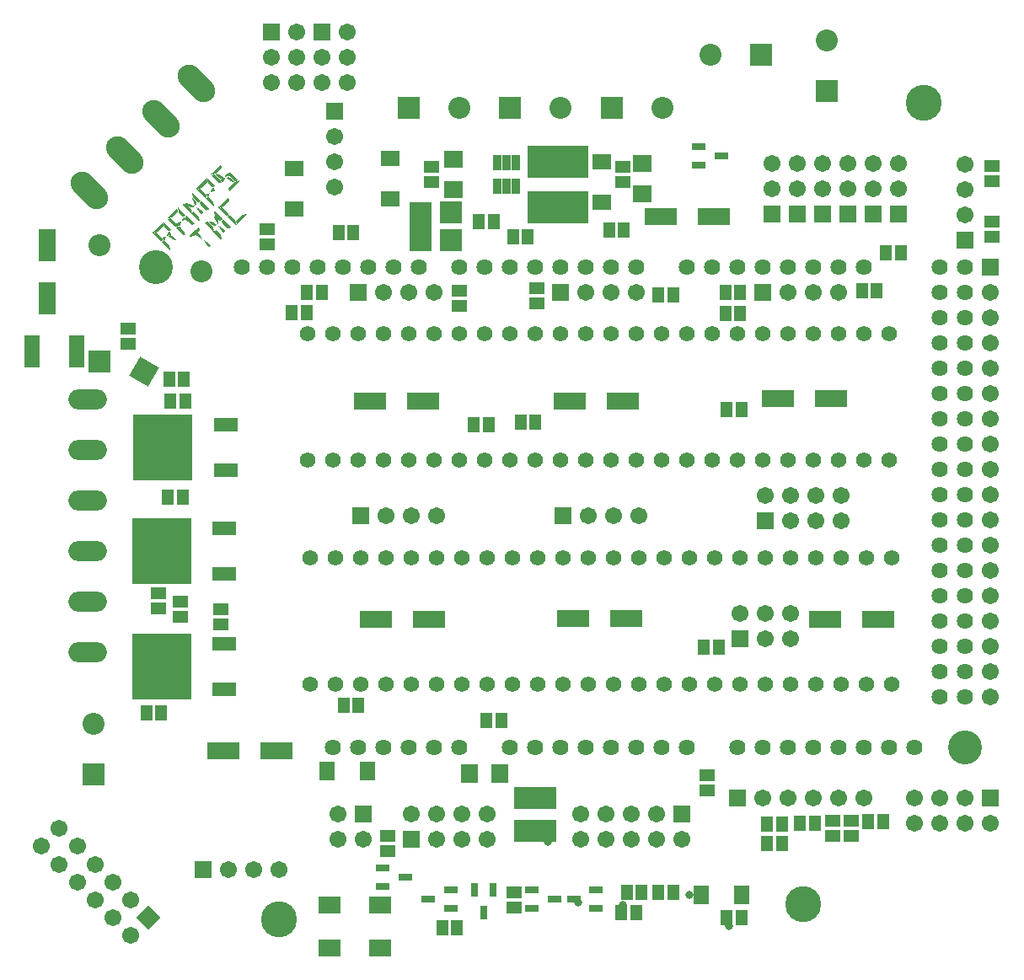
<source format=gts>
%FSTAX23Y23*%
%MOMM*%
%SFA1B1*%

%IPPOS*%
%AMD124*
4,1,4,1.551940,0.071120,0.071120,1.551940,-1.551940,-0.071120,-0.071120,-1.551940,1.551940,0.071120,0.0*
1,1,2.298700,-0.739140,0.739140*
1,1,2.298700,0.739140,-0.739140*
%
%AMD127*
4,1,4,-1.501140,-0.401320,0.401320,-1.501140,1.501140,0.401320,-0.401320,1.501140,-1.501140,-0.401320,0.0*
%
%AMD131*
4,1,4,0.000000,-1.203960,1.203960,0.000000,0.000000,1.203960,-1.203960,0.000000,0.000000,-1.203960,0.0*
%
%ADD99R,1.303274X1.603248*%
%ADD100R,1.603248X1.903222*%
%ADD101R,6.203188X3.203194*%
%ADD102R,2.203196X5.003292*%
%ADD103R,2.203196X2.203196*%
%ADD104R,2.203196X2.203196*%
%ADD105R,1.903222X1.703324*%
%ADD106R,1.603248X1.303274*%
%ADD107R,1.903222X1.603248*%
%ADD108R,0.903224X1.503172*%
%ADD109R,3.203194X1.703324*%
%ADD110R,1.603248X3.203194*%
%ADD111R,1.703324X3.203194*%
%ADD112R,2.403094X1.403096*%
%ADD113R,6.003290X6.603238*%
%ADD114R,4.203192X2.203196*%
%ADD115R,1.353312X0.803148*%
%ADD116R,0.803148X1.353312*%
%ADD117R,2.303272X1.703324*%
%ADD118R,2.303272X1.703324*%
%ADD119R,1.703324X1.903222*%
%ADD120C,3.603244*%
%ADD121C,2.203196*%
%ADD122R,1.703324X1.703324*%
%ADD123C,1.703324*%
G04~CAMADD=124~3~0.0~0.0~1730.0~905.0~0.0~0.0~0~0.0~0.0~0.0~0.0~0~0.0~0.0~0.0~0.0~0~0.0~0.0~0.0~315.0~1486.0~1486.0*
%ADD124D124*%
%ADD125R,1.703324X1.703324*%
%ADD126O,3.860800X2.032000*%
G04~CAMADD=127~10~0.0~867.4~0.0~0.0~0.0~0.0~0~0.0~0.0~0.0~0.0~0~0.0~0.0~0.0~0.0~0~0.0~0.0~0.0~150.0~867.4~0.0*
%ADD127D127*%
%ADD128C,3.403600*%
%ADD129C,1.625600*%
%ADD130C,1.574800*%
G04~CAMADD=131~10~0.0~670.5~0.0~0.0~0.0~0.0~0~0.0~0.0~0.0~0.0~0~0.0~0.0~0.0~0.0~0~0.0~0.0~0.0~225.0~670.5~0.0*
%ADD131D131*%
%ADD132C,0.803148*%
%LNramps_tmc-1*%
%LPD*%
G36*
X14844Y72974D02*
X15037Y72781D01*
X15088Y7273*
X15158Y72465*
X14957Y72415*
X14172Y732*
X14523Y73294*
X14844Y72974*
G37*
G36*
X15414Y72611D02*
X1531Y72507D01*
X15209Y7248*
X1513Y72772*
X15191Y72833*
X15493Y72914*
X15414Y72611*
G37*
G36*
X16118Y72956D02*
X16467Y72608D01*
X16412Y72552*
X16154Y72624*
X15598Y72941*
X15885Y73019*
X16118Y72956*
G37*
G36*
X21453Y7552D02*
X21646Y75327D01*
X21697Y75276*
X21767Y75011*
X21567Y7496*
X20781Y75746*
X21133Y7584*
X21453Y7552*
G37*
G36*
X21797Y76504D02*
X21727Y76434D01*
X21577Y76284*
X21354Y76061*
X21206Y75913*
X20744Y75792*
X20742Y75796*
X20738Y75804*
X20735Y75816*
X20732Y75834*
Y75852*
X20737Y75874*
X20745Y75895*
X20762Y75915*
X21132Y76284*
X21354Y76507*
X21704Y76857*
X21797Y76504*
G37*
G36*
X15408Y7241D02*
X15554Y72264D01*
X158Y72018*
X15922Y71554*
X15919*
X15912Y7155*
X15898Y71545*
X15882Y71544*
X15863Y71542*
X15841Y71548*
X15821Y71557*
X158Y71572*
X15001Y72371*
X15171Y72416*
X15189Y72422*
X15354Y72464*
X15408Y7241*
G37*
G36*
X15221Y74356D02*
X15243Y74346D01*
X15263Y7433*
X16061Y73531*
X15708Y73438*
X15508Y73638*
X15261Y73885*
X1514Y74348*
X15145Y74349*
X15152Y74354*
X15164Y74356*
X15182Y7436*
X152*
X15221Y74356*
G37*
G36*
X16308Y74439D02*
X16501Y74246D01*
X16552Y74195*
X16623Y7393*
X16422Y73879*
X15637Y74665*
X15988Y74759*
X16308Y74439*
G37*
G36*
X16878Y74075D02*
X16775Y73972D01*
X16673Y73945*
X16594Y74237*
X16656Y74298*
X16958Y74379*
X16878Y74075*
G37*
G36*
X15934Y73131D02*
X15873Y7307D01*
X15568Y72989*
X1565Y73293*
X15752Y73395*
X15854Y73422*
X15934Y73131*
G37*
G36*
X16872Y73875D02*
X17019Y73728D01*
X17264Y73483*
X17387Y73019*
X17384*
X17377Y73015*
X17363Y7301*
X17347Y73008*
X17327Y73007*
X17306Y73013*
X17285Y73022*
X17264Y73037*
X16466Y73836*
X16636Y73881*
X16654Y73887*
X16819Y73929*
X16872Y73875*
G37*
G36*
X15188Y73959D02*
X15118Y73888D01*
X14968Y73739*
X14745Y73516*
X14597Y73368*
X14135Y73246*
X14133Y73251*
X14129Y73258*
X14125Y7327*
X14123Y73288*
Y73306*
X14127Y73329*
X14136Y7335*
X14152Y73369*
X14522Y73739*
X14745Y73962*
X15095Y74312*
X15188Y73959*
G37*
G36*
X18868Y73575D02*
X18798Y73504D01*
X18648Y73355*
X18425Y73132*
X18277Y72984*
X17815Y72862*
X17813Y72867*
X17808Y72874*
X17806Y72886*
X17803Y72904*
Y72922*
X17807Y72945*
X17816Y72966*
X17833Y72985*
X18202Y73355*
X18425Y73578*
X18775Y73928*
X18868Y73575*
G37*
G36*
X21272Y7366D02*
X21428Y73504D01*
X21205Y73281*
X21049Y73437*
X20747Y7396*
X21272Y7366*
G37*
G36*
X19988Y74055D02*
X20181Y73862D01*
X20232Y73811*
X20302Y73546*
X20102Y73495*
X19317Y74281*
X19668Y74375*
X19988Y74055*
G37*
G36*
X19807Y72195D02*
X19963Y7204D01*
X1974Y71817*
X19584Y71972*
X19282Y72496*
X19807Y72195*
G37*
G36*
X20552Y73491D02*
X20699Y73344D01*
X20944Y73099*
X21067Y72635*
X21064*
X21057Y72631*
X21043Y72626*
X21027Y72625*
X21007Y72623*
X20986Y72629*
X20965Y72638*
X20944Y72653*
X20146Y73452*
X20316Y73497*
X20334Y73503*
X20499Y73545*
X20552Y73491*
G37*
G36*
X18838Y73165D02*
X19139Y72639D01*
X18615Y72942*
X18461Y73096*
X18684Y73319*
X18838Y73165*
G37*
G36*
X20681Y74619D02*
X20742Y74387D01*
X20666Y74098*
X20347Y74656*
X20277Y74912*
X20332Y74968*
X20681Y74619*
G37*
G36*
X23539Y752D02*
X23543Y75192D01*
X23548Y75178*
X23549Y75162*
Y75144*
X23546Y75123*
X23536Y75101*
X23519Y75081*
X2315Y74712*
X22927Y74489*
X22577Y74139*
X22484Y74489*
X22554Y74559*
X22705Y7471*
X22928Y74933*
X23075Y7508*
X23539Y75202*
Y752*
G37*
G36*
X20365Y75437D02*
X20388Y75427D01*
X20407Y7541*
X21206Y74611*
X20853Y74519*
X20653Y74719*
X20406Y74966*
X20285Y75428*
X20289Y7543*
X20297Y75434*
X20309Y75437*
X20327Y7544*
X20344*
X20365Y75437*
G37*
G36*
X22035Y73783D02*
X21683Y73688D01*
X21658Y73714*
X21648Y73724*
X21363Y74008*
X21194Y74178*
X21119Y74252*
X21049Y74517*
X21248Y7457*
X22035Y73783*
G37*
G36*
X20053Y74362D02*
X20609Y74042D01*
X20322Y73967*
X20089Y74027*
X1974Y74375*
X19795Y7443*
X20053Y74362*
G37*
G36*
X22017Y74956D02*
X22164Y74809D01*
X22409Y74563*
X22532Y741*
X22529*
X22521Y74095*
X22508Y74091*
X22491Y74089*
X22472Y74088*
X22451Y74094*
X2243Y74103*
X22409Y74118*
X2161Y74917*
X21781Y74962*
X21799Y74968*
X21963Y7501*
X22017Y74956*
G37*
G36*
X18355Y74166D02*
X18004Y74072D01*
X17978Y74098*
X17967Y74108*
X17683Y74393*
X17514Y74561*
X17439Y74636*
X17369Y74901*
X17568Y74954*
X18355Y74166*
G37*
G36*
X19582Y78353D02*
X19512Y78282D01*
X19362Y78133*
X19139Y7791*
X18991Y77762*
X18529Y7764*
X18527Y77645*
X18523Y77652*
X1852Y77665*
X18517Y77682*
Y777*
X18521Y77723*
X1853Y77744*
X18547Y77763*
X18916Y78133*
X19139Y78356*
X19489Y78706*
X19582Y78353*
G37*
G36*
X19615Y78751D02*
X19637Y7874D01*
X19657Y78724*
X20456Y77925*
X20103Y77832*
X19902Y78033*
X19655Y7828*
X19534Y78742*
X19538Y78743*
X19546Y78748*
X19558Y78751*
X19576Y78754*
X19594*
X19615Y78751*
G37*
G36*
X20703Y78833D02*
X20895Y7864D01*
X20946Y78589*
X21017Y78324*
X20816Y78273*
X20031Y79059*
X20382Y79153*
X20703Y78833*
G37*
G36*
X19808Y77005D02*
X19705Y76902D01*
X19603Y76875*
X19523Y77166*
X19585Y77228*
X19887Y77308*
X19808Y77005*
G37*
G36*
X20328Y77525D02*
X20267Y77464D01*
X19962Y77383*
X20044Y77687*
X20146Y77789*
X20248Y77816*
X20328Y77525*
G37*
G36*
X22788Y78513D02*
X22792Y78505D01*
X22797Y78492*
X22799Y78475*
Y78457*
X22795Y78436*
X22785Y78414*
X22769Y78395*
X22399Y78025*
X22176Y77802*
X21826Y77452*
X21733Y77802*
X21804Y77872*
X21955Y78023*
X22178Y78246*
X22324Y78393*
X22788Y78516*
Y78513*
G37*
G36*
X20767Y7914D02*
X21323Y7882D01*
X21036Y78745*
X20803Y78805*
X20454Y79153*
X20509Y79208*
X20767Y7914*
G37*
G36*
X21793Y7899D02*
X21732Y78929D01*
X21427Y78848*
X21509Y79152*
X21611Y79253*
X21712Y7928*
X21793Y7899*
G37*
G36*
X21046Y79817D02*
X20976Y79747D01*
X20827Y79598*
X20604Y79374*
X20456Y79226*
X19993Y79105*
X19992Y7911*
X19987Y79117*
X19984Y79129*
X19981Y79147*
Y79165*
X19986Y79188*
X19995Y79208*
X20011Y79228*
X20381Y79598*
X20604Y7982*
X20954Y80171*
X21046Y79817*
G37*
G36*
X21273Y78469D02*
X21169Y78366D01*
X21068Y78339*
X20988Y78631*
X21049Y78692*
X21352Y78773*
X21273Y78469*
G37*
G36*
X21977Y78815D02*
X22326Y78466D01*
X2227Y78411*
X22013Y78483*
X21456Y788*
X21744Y78878*
X21977Y78815*
G37*
G36*
X22749Y78561D02*
X22397Y78466D01*
X22372Y78492*
X22362Y78502*
X22077Y78786*
X21908Y78956*
X21834Y7903*
X21763Y79295*
X21962Y79348*
X22749Y78561*
G37*
G36*
X16686Y75821D02*
X16708Y75811D01*
X16727Y75794*
X17526Y74995*
X17173Y74903*
X16973Y75103*
X16726Y7535*
X16604Y75812*
X16609Y75814*
X16616Y75818*
X16629Y75821*
X16646Y75824*
X16664*
X16686Y75821*
G37*
G36*
X19057Y75509D02*
X19212Y75353D01*
X18989Y7513*
X18834Y75286*
X18532Y75809*
X19057Y75509*
G37*
G36*
X17773Y75904D02*
X17966Y75711D01*
X18017Y7566*
X18087Y75395*
X17887Y75344*
X17101Y76129*
X17453Y76224*
X17773Y75904*
G37*
G36*
X17399Y74596D02*
X17338Y74535D01*
X17032Y74454*
X17115Y74758*
X17216Y74859*
X17318Y74886*
X17399Y74596*
G37*
G36*
X18337Y75339D02*
X18484Y75193D01*
X18729Y74948*
X18852Y74484*
X18849*
X18841Y74479*
X18828Y74475*
X18812Y74473*
X18792Y74472*
X18771Y74478*
X1875Y74487*
X18729Y74502*
X1793Y75301*
X18101Y75346*
X18119Y75351*
X18283Y75393*
X18337Y75339*
G37*
G36*
X16653Y75423D02*
X16582Y75353D01*
X16433Y75203*
X1621Y74981*
X16061Y74832*
X15599Y74711*
X15598Y74716*
X15593Y74723*
X1559Y74735*
X15587Y74753*
Y74771*
X15592Y74793*
X15601Y74814*
X15617Y74834*
X15987Y75203*
X1621Y75426*
X1656Y75776*
X16653Y75423*
G37*
G36*
X18466Y76468D02*
X18527Y76236D01*
X18451Y75947*
X18132Y76505*
X18062Y76761*
X18117Y76816*
X18466Y76468*
G37*
G36*
X1815Y77286D02*
X18172Y77275D01*
X18192Y77259*
X18991Y7646*
X18638Y76367*
X18437Y76568*
X1819Y76815*
X18069Y77277*
X18074Y77278*
X18081Y77283*
X18093Y77286*
X18111Y77289*
X18129*
X1815Y77286*
G37*
G36*
X19238Y77368D02*
X19431Y77175D01*
X19482Y77124*
X19552Y7686*
X19352Y76809*
X18566Y77594*
X18918Y77688*
X19238Y77368*
G37*
G36*
X1982Y75631D02*
X19468Y75537D01*
X19443Y75562*
X19432Y75573*
X19148Y75857*
X18979Y76026*
X18904Y76101*
X18834Y76366*
X19033Y76418*
X1982Y75631*
G37*
G36*
X17837Y7621D02*
X18394Y7589D01*
X18107Y75815*
X17873Y75875*
X17525Y76224*
X1758Y76279*
X17837Y7621*
G37*
G36*
X19802Y76804D02*
X19948Y76657D01*
X20194Y76412*
X20316Y75949*
X20313*
X20306Y75944*
X20293Y75939*
X20276Y75938*
X20257Y75936*
X20236Y75942*
X20215Y75951*
X20194Y75966*
X19395Y76765*
X19565Y7681*
X19583Y76816*
X19748Y76858*
X19802Y76804*
G37*
G54D99*
X71766Y04444D03*
X73267D03*
X50303Y72897D03*
X51804D03*
X48375Y74421D03*
X46874D03*
X31103Y67309D03*
X29602D03*
X34278Y73278D03*
X32777D03*
X80633Y13969D03*
X79132D03*
X8599Y14096D03*
X87491D03*
X7583Y13842D03*
X77331D03*
Y11937D03*
X7583D03*
X73267Y55498D03*
X71766D03*
X51065Y54228D03*
X52566D03*
X47867Y53974D03*
X46366D03*
X15759Y58546D03*
X1726D03*
X17133Y46735D03*
X15632D03*
X64908Y06984D03*
X66409D03*
X61208Y05014D03*
X62708D03*
X63234Y06984D03*
X61733D03*
X43191Y03428D03*
X44692D03*
X71639Y67309D03*
X7314D03*
X71639Y6515D03*
X7314D03*
X86856Y67436D03*
X85355D03*
X89269Y71246D03*
X87768D03*
X66409Y67055D03*
X64908D03*
X28078Y65277D03*
X29579D03*
X15886Y56387D03*
X17387D03*
X34786Y2578D03*
X33285D03*
X47636Y24256D03*
X49137D03*
X6948Y31622D03*
X70981D03*
X13473Y25018D03*
X14974D03*
X59955Y73532D03*
X61456D03*
G54D100*
X69214Y0673D03*
X73278D03*
X31622Y19176D03*
X35686D03*
G54D101*
X54863Y8039D03*
Y75818D03*
G54D102*
X4102Y73913D03*
G54D103*
X44068Y72516D03*
X75251Y91195D03*
X4997Y85842D03*
X3981D03*
X60257D03*
G54D104*
X44068Y7531D03*
X81797Y87562D03*
X08762Y60342D03*
X08137Y18855D03*
G54D105*
X63322Y77165D03*
Y80213D03*
X44322Y80644D03*
Y77596D03*
G54D106*
X6134Y7837D03*
Y79871D03*
X42163D03*
Y7837D03*
X14731Y37072D03*
Y35571D03*
X1689Y34682D03*
Y36183D03*
X11683Y62114D03*
Y63615D03*
X98424Y72909D03*
Y7441D03*
Y78497D03*
Y79998D03*
X82422Y12711D03*
Y14212D03*
X84327Y12711D03*
Y14212D03*
X44957Y65924D03*
Y67425D03*
X50418Y05472D03*
Y06973D03*
X37718Y12688D03*
Y11187D03*
X52704Y66178D03*
Y67679D03*
X25653Y72147D03*
Y73648D03*
X69849Y17283D03*
Y18784D03*
X20954Y35421D03*
Y3392D03*
G54D107*
X59241Y8039D03*
Y76326D03*
X2832Y79755D03*
Y75691D03*
X37972Y80771D03*
Y76707D03*
G54D108*
X50606Y77921D03*
X49656D03*
X48707D03*
Y8032D03*
X49656D03*
X50606D03*
G54D109*
X41909Y34416D03*
X36575D03*
X61721Y34543D03*
X56387D03*
X41274Y56387D03*
X3594D03*
X6134D03*
X56006D03*
X82295Y56641D03*
X76961D03*
X86994Y34416D03*
X8166D03*
X6515Y74929D03*
X70484D03*
X26542Y21208D03*
X21208D03*
G54D110*
X02031Y6134D03*
X06476D03*
G54D111*
X03555Y72008D03*
Y66674D03*
G54D112*
X21317Y38995D03*
Y43554D03*
Y27438D03*
Y31997D03*
X21444Y49409D03*
Y53968D03*
G54D113*
X15018Y41274D03*
Y29717D03*
X15145Y51688D03*
G54D114*
X52577Y13207D03*
Y16509D03*
G54D115*
X39478Y08508D03*
X37229Y07559D03*
Y09458D03*
X54464Y06349D03*
X52215Y054D03*
Y07299D03*
X41801Y06349D03*
X4405Y07299D03*
Y054D03*
X56406Y06349D03*
X58655Y07299D03*
Y054D03*
X68979Y81975D03*
Y80076D03*
X71228Y81025D03*
G54D116*
X4737Y04971D03*
X46421Y0722D03*
X4832D03*
G54D117*
X31876Y05714D03*
X36956D03*
G54D118*
X31876Y01396D03*
X36956D03*
G54D119*
X49021Y18922D03*
X45973D03*
G54D120*
X26796Y04317D03*
X91566Y86359D03*
X79501Y05841D03*
G54D121*
X81797Y92642D03*
X70171Y91195D03*
X5505Y85842D03*
X4489D03*
X65337D03*
X08762Y71991D03*
X19041Y69433D03*
X08137Y23935D03*
G54D122*
X26034Y93471D03*
X31114D03*
X76315Y75197D03*
X78855D03*
X81395D03*
X83935D03*
X86475D03*
X89015D03*
X98297Y69849D03*
X95757Y72516D03*
X32384Y8547D03*
G54D123*
X28574Y93471D03*
X26034Y90931D03*
X28574D03*
X26034Y88391D03*
X28574D03*
X33654Y93471D03*
X31114Y90931D03*
X33654D03*
X31114Y88391D03*
X33654D03*
X76315Y77737D03*
Y80277D03*
X78855Y77737D03*
Y80277D03*
X81395Y77737D03*
Y80277D03*
X83935Y77737D03*
Y80277D03*
X86475Y77737D03*
Y80277D03*
X89015Y77737D03*
Y80277D03*
X75437Y16509D03*
X77977D03*
X80517D03*
X83057D03*
X85597D03*
X90677Y13969D03*
Y16509D03*
X93217Y13969D03*
Y16509D03*
X95757Y13969D03*
Y16509D03*
X98297Y13969D03*
Y26669D03*
Y29209D03*
Y31749D03*
Y34289D03*
Y36829D03*
Y39369D03*
Y41909D03*
Y44449D03*
Y46989D03*
Y49529D03*
Y52069D03*
Y54609D03*
Y57149D03*
Y59689D03*
Y62229D03*
Y64769D03*
Y67309D03*
X83057D03*
X80517D03*
X77977D03*
X62737D03*
X60197D03*
X57657D03*
X42417D03*
X39877D03*
X37337D03*
X62991Y4483D03*
X60451D03*
X57911D03*
X42671D03*
X40131D03*
X37591D03*
X73151Y35051D03*
X75691Y32511D03*
Y35051D03*
X78231Y32511D03*
Y35051D03*
X83311Y46862D03*
Y44322D03*
X80771Y46862D03*
Y44322D03*
X78231Y46862D03*
Y44322D03*
X75691Y46862D03*
X95757Y80136D03*
Y77596D03*
Y75056D03*
X57149Y12318D03*
Y14858D03*
X59689Y12318D03*
Y14858D03*
X62229Y12318D03*
Y14858D03*
X64769Y12318D03*
Y14858D03*
X67309Y12318D03*
X47751Y14858D03*
Y12318D03*
X45211Y14858D03*
Y12318D03*
X42671Y14858D03*
Y12318D03*
X40131Y14858D03*
X32765Y12318D03*
Y14858D03*
X35305Y12318D03*
X32384Y8293D03*
Y8039D03*
Y7785D03*
X21716Y0927D03*
X24256D03*
X26796D03*
X11919Y02648D03*
Y06241D03*
X10123Y04444D03*
Y08037D03*
X08327Y06241D03*
Y09833D03*
X06531Y08037D03*
Y11629D03*
X04735Y09833D03*
Y13425D03*
X02939Y11629D03*
G54D124*
X07728Y77506D03*
X11321Y81098D03*
X14913Y8469D03*
X18505Y88283D03*
G54D125*
X72897Y16509D03*
X98297D03*
X75437Y67309D03*
X55117D03*
X34797D03*
X55371Y4483D03*
X35051D03*
X73151Y32511D03*
X75691Y44322D03*
X67309Y14858D03*
X40131Y12318D03*
X35305Y14858D03*
X19176Y0927D03*
G54D126*
X07619Y31114D03*
Y36194D03*
Y41274D03*
Y46354D03*
Y51434D03*
Y56514D03*
G54D127*
X13216Y59344D03*
G54D128*
X14477Y69849D03*
X95757Y21589D03*
G54D129*
X44957Y21589D03*
X60197Y69849D03*
X62737D03*
X32257Y21589D03*
X95757Y26669D03*
X93217D03*
X25653Y69849D03*
X42417Y21589D03*
X39877D03*
X95757Y29209D03*
X93217D03*
X95757Y31749D03*
X93217D03*
X95757Y34289D03*
X93217D03*
X95757Y36829D03*
X93217D03*
X95757Y39369D03*
X93217D03*
X95757Y41909D03*
X93217D03*
X95757Y44449D03*
X93217D03*
X95757Y46989D03*
X93217D03*
X95757Y49529D03*
X93217D03*
X95757Y52069D03*
X93217D03*
X95757Y54609D03*
X93217D03*
X95757Y57149D03*
X93217D03*
X95757Y59689D03*
X93217D03*
X95757Y62229D03*
X93217D03*
X95757Y64769D03*
X93217D03*
X95757Y67309D03*
X93217D03*
X85597Y69849D03*
X83057D03*
X80517D03*
X77977D03*
X75437D03*
X72897D03*
X70357D03*
X67817D03*
X28193D03*
X30733D03*
X33273D03*
X35813D03*
X38353D03*
X40893D03*
X44957D03*
X47497D03*
X50037D03*
X52577D03*
X55117D03*
X57657D03*
X23113D03*
X90677Y21589D03*
X88137D03*
X85597D03*
X83057D03*
X80517D03*
X77977D03*
X75437D03*
X72897D03*
X67817D03*
X65277D03*
X62737D03*
X60197D03*
X57657D03*
X55117D03*
X52577D03*
X50037D03*
X95757Y69849D03*
X93217D03*
X37337Y21589D03*
X34797D03*
G54D130*
X70611Y40639D03*
X85851D03*
Y27939D03*
X83311D03*
X80771D03*
X78231D03*
X75691D03*
X73151D03*
Y40639D03*
X88391D03*
X70611Y27939D03*
X88391D03*
X75691Y40639D03*
X78231D03*
X83311D03*
X80771D03*
X50291D03*
X65531D03*
Y27939D03*
X62991D03*
X60451D03*
X57911D03*
X55371D03*
X52831D03*
Y40639D03*
X68071D03*
X50291Y27939D03*
X68071D03*
X55371Y40639D03*
X57911D03*
X62991D03*
X60451D03*
X70357Y63118D03*
X85597D03*
Y50418D03*
X83057D03*
X80517D03*
X77977D03*
X75437D03*
X72897D03*
Y63118D03*
X88137D03*
X70357Y50418D03*
X88137D03*
X75437Y63118D03*
X77977D03*
X83057D03*
X80517D03*
X29717D03*
X44957D03*
Y50418D03*
X42417D03*
X39877D03*
X37337D03*
X34797D03*
X32257D03*
Y63118D03*
X47497D03*
X29717Y50418D03*
X47497D03*
X34797Y63118D03*
X37337D03*
X42417D03*
X39877D03*
X50037D03*
X65277D03*
Y50418D03*
X62737D03*
X60197D03*
X57657D03*
X55117D03*
X52577D03*
Y63118D03*
X67817D03*
X50037Y50418D03*
X67817D03*
X55117Y63118D03*
X57657D03*
X62737D03*
X60197D03*
X29971Y40639D03*
X45211D03*
Y27939D03*
X42671D03*
X40131D03*
X37591D03*
X35051D03*
X32511D03*
Y40639D03*
X47751D03*
X29971Y27939D03*
X47751D03*
X35051Y40639D03*
X37591D03*
X42671D03*
X40131D03*
G54D131*
X13715Y04444D03*
G54D132*
X72008Y03644D03*
X6134Y05714D03*
X68071Y0673D03*
X5683Y05968D03*
X53847Y12064D03*
M02*
</source>
